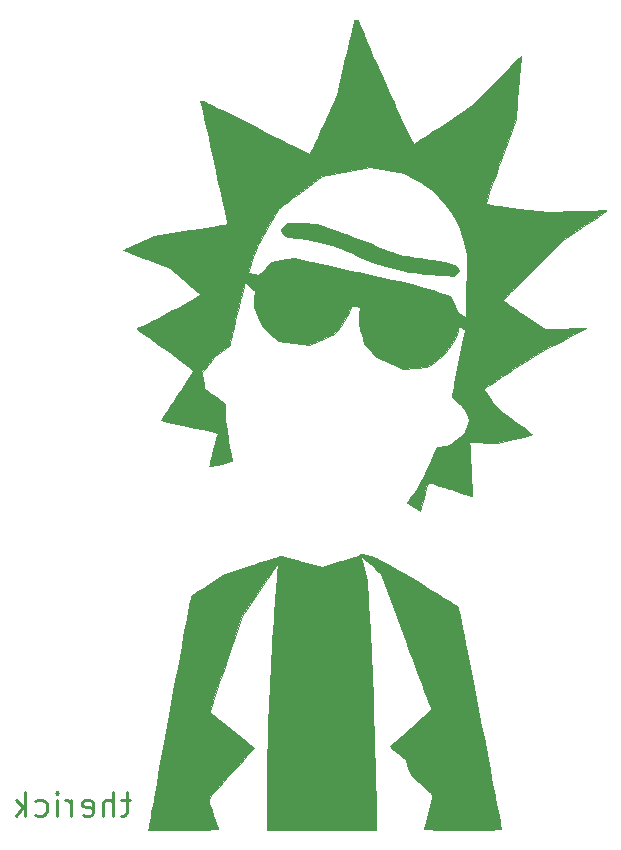
<source format=gbr>
G04 #@! TF.GenerationSoftware,KiCad,Pcbnew,(5.1.2-1)-1*
G04 #@! TF.CreationDate,2019-11-15T22:05:34-06:00*
G04 #@! TF.ProjectId,therick_bottom_plate,74686572-6963-46b5-9f62-6f74746f6d5f,rev?*
G04 #@! TF.SameCoordinates,Original*
G04 #@! TF.FileFunction,Legend,Bot*
G04 #@! TF.FilePolarity,Positive*
%FSLAX46Y46*%
G04 Gerber Fmt 4.6, Leading zero omitted, Abs format (unit mm)*
G04 Created by KiCad (PCBNEW (5.1.2-1)-1) date 2019-11-15 22:05:34*
%MOMM*%
%LPD*%
G04 APERTURE LIST*
%ADD10C,0.250000*%
%ADD11C,0.010000*%
G04 APERTURE END LIST*
D10*
X217904761Y-108571428D02*
X217142857Y-108571428D01*
X217619047Y-107904761D02*
X217619047Y-109619047D01*
X217523809Y-109809523D01*
X217333333Y-109904761D01*
X217142857Y-109904761D01*
X216476190Y-109904761D02*
X216476190Y-107904761D01*
X215619047Y-109904761D02*
X215619047Y-108857142D01*
X215714285Y-108666666D01*
X215904761Y-108571428D01*
X216190476Y-108571428D01*
X216380952Y-108666666D01*
X216476190Y-108761904D01*
X213904761Y-109809523D02*
X214095238Y-109904761D01*
X214476190Y-109904761D01*
X214666666Y-109809523D01*
X214761904Y-109619047D01*
X214761904Y-108857142D01*
X214666666Y-108666666D01*
X214476190Y-108571428D01*
X214095238Y-108571428D01*
X213904761Y-108666666D01*
X213809523Y-108857142D01*
X213809523Y-109047619D01*
X214761904Y-109238095D01*
X212952380Y-109904761D02*
X212952380Y-108571428D01*
X212952380Y-108952380D02*
X212857142Y-108761904D01*
X212761904Y-108666666D01*
X212571428Y-108571428D01*
X212380952Y-108571428D01*
X211714285Y-109904761D02*
X211714285Y-108571428D01*
X211714285Y-107904761D02*
X211809523Y-108000000D01*
X211714285Y-108095238D01*
X211619047Y-108000000D01*
X211714285Y-107904761D01*
X211714285Y-108095238D01*
X209904761Y-109809523D02*
X210095238Y-109904761D01*
X210476190Y-109904761D01*
X210666666Y-109809523D01*
X210761904Y-109714285D01*
X210857142Y-109523809D01*
X210857142Y-108952380D01*
X210761904Y-108761904D01*
X210666666Y-108666666D01*
X210476190Y-108571428D01*
X210095238Y-108571428D01*
X209904761Y-108666666D01*
X209047619Y-109904761D02*
X209047619Y-107904761D01*
X208857142Y-109142857D02*
X208285714Y-109904761D01*
X208285714Y-108571428D02*
X209047619Y-109333333D01*
D11*
G36*
X230984652Y-59971124D02*
G01*
X230706528Y-60244082D01*
X230820537Y-60534325D01*
X230870489Y-60654338D01*
X230925110Y-60745142D01*
X231002761Y-60813283D01*
X231121798Y-60865305D01*
X231300581Y-60907756D01*
X231557467Y-60947179D01*
X231910815Y-60990122D01*
X232186649Y-61021414D01*
X232884103Y-61119629D01*
X233611689Y-61257601D01*
X234344215Y-61428258D01*
X235056487Y-61624529D01*
X235723312Y-61839342D01*
X236319499Y-62065625D01*
X236819854Y-62296308D01*
X236920500Y-62350222D01*
X237597658Y-62683375D01*
X238391380Y-62999153D01*
X239292025Y-63294350D01*
X240289948Y-63565761D01*
X241206750Y-63775213D01*
X241578300Y-63847275D01*
X241968008Y-63909650D01*
X242394824Y-63964317D01*
X242877699Y-64013256D01*
X243435581Y-64058445D01*
X244087421Y-64101862D01*
X244643891Y-64134151D01*
X245350532Y-64173201D01*
X245576549Y-63974756D01*
X245802566Y-63776310D01*
X245670251Y-63552054D01*
X245608846Y-63453294D01*
X245544687Y-63377426D01*
X245457186Y-63314953D01*
X245325758Y-63256377D01*
X245129814Y-63192202D01*
X244848768Y-63112931D01*
X244536107Y-63028863D01*
X244058887Y-62918713D01*
X243498397Y-62822389D01*
X242836374Y-62736925D01*
X242550905Y-62706323D01*
X242070542Y-62654628D01*
X241684674Y-62605487D01*
X241361081Y-62552977D01*
X241067540Y-62491177D01*
X240771830Y-62414167D01*
X240463338Y-62322691D01*
X240089201Y-62200585D01*
X239694645Y-62060394D01*
X239328360Y-61920025D01*
X239055683Y-61804981D01*
X238864897Y-61723537D01*
X238571936Y-61605075D01*
X238193899Y-61456207D01*
X237747881Y-61283546D01*
X237250980Y-61093704D01*
X236720293Y-60893292D01*
X236172916Y-60688922D01*
X236098808Y-60661440D01*
X233721366Y-59780507D01*
X232492071Y-59739337D01*
X231262775Y-59698167D01*
X230984652Y-59971124D01*
X230984652Y-59971124D01*
G37*
X230984652Y-59971124D02*
X230706528Y-60244082D01*
X230820537Y-60534325D01*
X230870489Y-60654338D01*
X230925110Y-60745142D01*
X231002761Y-60813283D01*
X231121798Y-60865305D01*
X231300581Y-60907756D01*
X231557467Y-60947179D01*
X231910815Y-60990122D01*
X232186649Y-61021414D01*
X232884103Y-61119629D01*
X233611689Y-61257601D01*
X234344215Y-61428258D01*
X235056487Y-61624529D01*
X235723312Y-61839342D01*
X236319499Y-62065625D01*
X236819854Y-62296308D01*
X236920500Y-62350222D01*
X237597658Y-62683375D01*
X238391380Y-62999153D01*
X239292025Y-63294350D01*
X240289948Y-63565761D01*
X241206750Y-63775213D01*
X241578300Y-63847275D01*
X241968008Y-63909650D01*
X242394824Y-63964317D01*
X242877699Y-64013256D01*
X243435581Y-64058445D01*
X244087421Y-64101862D01*
X244643891Y-64134151D01*
X245350532Y-64173201D01*
X245576549Y-63974756D01*
X245802566Y-63776310D01*
X245670251Y-63552054D01*
X245608846Y-63453294D01*
X245544687Y-63377426D01*
X245457186Y-63314953D01*
X245325758Y-63256377D01*
X245129814Y-63192202D01*
X244848768Y-63112931D01*
X244536107Y-63028863D01*
X244058887Y-62918713D01*
X243498397Y-62822389D01*
X242836374Y-62736925D01*
X242550905Y-62706323D01*
X242070542Y-62654628D01*
X241684674Y-62605487D01*
X241361081Y-62552977D01*
X241067540Y-62491177D01*
X240771830Y-62414167D01*
X240463338Y-62322691D01*
X240089201Y-62200585D01*
X239694645Y-62060394D01*
X239328360Y-61920025D01*
X239055683Y-61804981D01*
X238864897Y-61723537D01*
X238571936Y-61605075D01*
X238193899Y-61456207D01*
X237747881Y-61283546D01*
X237250980Y-61093704D01*
X236720293Y-60893292D01*
X236172916Y-60688922D01*
X236098808Y-60661440D01*
X233721366Y-59780507D01*
X232492071Y-59739337D01*
X231262775Y-59698167D01*
X230984652Y-59971124D01*
G36*
X236956153Y-42522196D02*
G01*
X236920500Y-42544092D01*
X236905967Y-42610634D01*
X236864245Y-42788825D01*
X236798157Y-43066909D01*
X236710524Y-43433133D01*
X236604166Y-43875742D01*
X236481904Y-44382980D01*
X236346559Y-44943092D01*
X236200952Y-45544325D01*
X236159647Y-45714647D01*
X235398793Y-48851108D01*
X234302272Y-51363508D01*
X234035418Y-51970469D01*
X233795330Y-52507574D01*
X233585638Y-52967108D01*
X233409971Y-53341353D01*
X233271959Y-53622593D01*
X233175233Y-53803114D01*
X233123422Y-53875199D01*
X233120165Y-53876203D01*
X233051458Y-53848237D01*
X232878111Y-53767092D01*
X232608747Y-53637046D01*
X232251987Y-53462373D01*
X231816454Y-53247349D01*
X231310770Y-52996249D01*
X230743556Y-52713348D01*
X230123435Y-52402921D01*
X229459029Y-52069244D01*
X228758960Y-51716593D01*
X228434313Y-51552707D01*
X227595096Y-51129127D01*
X226862176Y-50760061D01*
X226228744Y-50442264D01*
X225687990Y-50172494D01*
X225233105Y-49947506D01*
X224857279Y-49764055D01*
X224553704Y-49618899D01*
X224315570Y-49508792D01*
X224136068Y-49430492D01*
X224008389Y-49380753D01*
X223925723Y-49356332D01*
X223881260Y-49353985D01*
X223868193Y-49370468D01*
X223869189Y-49377832D01*
X223915527Y-49578490D01*
X223983409Y-49878513D01*
X224070424Y-50266900D01*
X224174162Y-50732648D01*
X224292211Y-51264755D01*
X224422160Y-51852219D01*
X224561597Y-52484038D01*
X224708111Y-53149210D01*
X224859291Y-53836732D01*
X225012725Y-54535603D01*
X225166003Y-55234821D01*
X225316714Y-55923383D01*
X225462445Y-56590288D01*
X225600785Y-57224533D01*
X225729325Y-57815116D01*
X225845651Y-58351035D01*
X225947353Y-58821288D01*
X226032020Y-59214873D01*
X226097240Y-59520787D01*
X226140602Y-59728029D01*
X226159695Y-59825597D01*
X226160324Y-59831842D01*
X226095666Y-59845541D01*
X225917626Y-59877373D01*
X225638218Y-59925331D01*
X225269453Y-59987408D01*
X224823343Y-60061598D01*
X224311900Y-60145895D01*
X223747137Y-60238291D01*
X223141065Y-60336780D01*
X223027319Y-60355194D01*
X219913970Y-60858889D01*
X218638235Y-61414468D01*
X218266580Y-61577770D01*
X217937576Y-61725100D01*
X217667923Y-61848751D01*
X217474318Y-61941017D01*
X217373462Y-61994189D01*
X217362767Y-62003149D01*
X217419975Y-62032724D01*
X217582255Y-62101484D01*
X217835791Y-62203956D01*
X218166764Y-62334666D01*
X218561357Y-62488143D01*
X219005753Y-62658914D01*
X219335843Y-62784592D01*
X221308652Y-63532935D01*
X222605826Y-64647514D01*
X222948608Y-64943592D01*
X223257412Y-65213289D01*
X223519745Y-65445453D01*
X223723114Y-65628932D01*
X223855024Y-65752573D01*
X223902983Y-65805225D01*
X223903000Y-65805463D01*
X223848911Y-65845251D01*
X223695961Y-65935895D01*
X223458127Y-66069974D01*
X223149386Y-66240064D01*
X222783716Y-66438741D01*
X222375093Y-66658583D01*
X221937493Y-66892165D01*
X221484895Y-67132066D01*
X221031275Y-67370860D01*
X220590611Y-67601126D01*
X220176878Y-67815440D01*
X219804054Y-68006378D01*
X219486117Y-68166517D01*
X219237042Y-68288434D01*
X219156375Y-68326434D01*
X218897247Y-68450318D01*
X218687058Y-68558342D01*
X218548976Y-68638087D01*
X218505500Y-68675274D01*
X218555586Y-68720738D01*
X218699026Y-68832184D01*
X218925594Y-69002107D01*
X219225066Y-69223004D01*
X219587215Y-69487368D01*
X220001817Y-69787697D01*
X220458646Y-70116485D01*
X220886750Y-70422890D01*
X221372436Y-70771075D01*
X221824824Y-71098189D01*
X222233677Y-71396627D01*
X222588758Y-71658784D01*
X222879831Y-71877058D01*
X223096660Y-72043844D01*
X223229006Y-72151539D01*
X223267460Y-72191321D01*
X223233536Y-72257911D01*
X223137044Y-72418529D01*
X222985533Y-72661316D01*
X222786552Y-72974409D01*
X222547652Y-73345950D01*
X222276380Y-73764076D01*
X221980288Y-74216928D01*
X221910291Y-74323500D01*
X221610762Y-74780463D01*
X221335153Y-75203462D01*
X221090852Y-75580969D01*
X220885244Y-75901454D01*
X220725717Y-76153390D01*
X220619657Y-76325248D01*
X220574450Y-76405501D01*
X220573491Y-76409868D01*
X220637780Y-76428331D01*
X220812441Y-76471199D01*
X221083871Y-76535320D01*
X221438467Y-76617544D01*
X221862626Y-76714720D01*
X222342746Y-76823698D01*
X222865224Y-76941327D01*
X222952678Y-76960927D01*
X223480840Y-77079662D01*
X223968947Y-77190238D01*
X224403378Y-77289504D01*
X224770512Y-77374313D01*
X225056727Y-77441512D01*
X225248402Y-77487953D01*
X225331915Y-77510486D01*
X225334334Y-77511666D01*
X225324987Y-77576648D01*
X225286552Y-77746579D01*
X225223396Y-78003895D01*
X225139884Y-78331030D01*
X225040381Y-78710419D01*
X224982500Y-78927250D01*
X224875920Y-79326615D01*
X224782244Y-79682344D01*
X224705955Y-79977027D01*
X224651533Y-80193256D01*
X224623458Y-80313621D01*
X224620809Y-80332612D01*
X224683885Y-80323810D01*
X224844492Y-80290317D01*
X225076957Y-80238248D01*
X225355603Y-80173721D01*
X225654756Y-80102853D01*
X225948742Y-80031761D01*
X226211885Y-79966562D01*
X226418511Y-79913373D01*
X226542946Y-79878311D01*
X226567132Y-79868898D01*
X226566339Y-79798799D01*
X226526396Y-79661035D01*
X226518295Y-79639201D01*
X226485942Y-79519856D01*
X226437283Y-79295513D01*
X226376262Y-78986548D01*
X226306824Y-78613339D01*
X226232913Y-78196261D01*
X226187788Y-77931816D01*
X226092876Y-77346808D01*
X226022752Y-76863396D01*
X225974847Y-76459157D01*
X225946594Y-76111668D01*
X225935425Y-75798506D01*
X225935000Y-75724373D01*
X225935000Y-75020362D01*
X225077750Y-74384696D01*
X224794594Y-74173646D01*
X224550877Y-73989926D01*
X224363319Y-73846305D01*
X224248636Y-73755555D01*
X224220500Y-73729818D01*
X224212223Y-73663048D01*
X224189809Y-73497096D01*
X224156885Y-73258530D01*
X224125038Y-73030550D01*
X224029575Y-72350494D01*
X224606550Y-71621793D01*
X224851329Y-71318203D01*
X225047519Y-71092594D01*
X225221230Y-70920239D01*
X225398573Y-70776410D01*
X225605658Y-70636379D01*
X225726100Y-70561534D01*
X225963236Y-70407506D01*
X226159920Y-70262786D01*
X226289340Y-70148002D01*
X226323644Y-70101863D01*
X226353419Y-70004491D01*
X226406297Y-69802894D01*
X226477432Y-69516736D01*
X226561978Y-69165677D01*
X226655087Y-68769380D01*
X226699586Y-68576750D01*
X226842289Y-67960631D01*
X226982657Y-67363952D01*
X227117549Y-66799360D01*
X227243825Y-66279504D01*
X227358344Y-65817033D01*
X227457966Y-65424596D01*
X227539550Y-65114840D01*
X227599954Y-64900414D01*
X227636039Y-64793967D01*
X227640928Y-64785670D01*
X227702842Y-64804792D01*
X227833429Y-64894024D01*
X228008944Y-65036369D01*
X228087476Y-65105327D01*
X228493443Y-65469563D01*
X228435408Y-66152653D01*
X228377374Y-66835744D01*
X228754595Y-67660067D01*
X229131816Y-68484391D01*
X230475250Y-69731901D01*
X231764494Y-69887550D01*
X233053737Y-70043199D01*
X234128437Y-69595724D01*
X235203136Y-69148250D01*
X235737979Y-68452958D01*
X236069738Y-67995135D01*
X236315775Y-67592599D01*
X236480587Y-67246458D01*
X236575855Y-67014124D01*
X236652403Y-66831318D01*
X236698283Y-66726410D01*
X236705423Y-66712544D01*
X236770872Y-66714221D01*
X236920805Y-66742817D01*
X237049630Y-66773682D01*
X237376766Y-66857524D01*
X237328982Y-67494887D01*
X237306971Y-67784686D01*
X237294135Y-67999434D01*
X237294274Y-68170774D01*
X237311193Y-68330350D01*
X237348692Y-68509805D01*
X237410574Y-68740781D01*
X237500641Y-69054922D01*
X237527784Y-69149384D01*
X237764181Y-69973750D01*
X238260109Y-70516373D01*
X238756036Y-71058996D01*
X239886143Y-71569432D01*
X241016250Y-72079869D01*
X242032250Y-72008148D01*
X243048250Y-71936428D01*
X243715000Y-71477465D01*
X244022632Y-71259174D01*
X244257738Y-71071180D01*
X244456679Y-70878598D01*
X244655818Y-70646548D01*
X244868318Y-70371063D01*
X245100643Y-70051146D01*
X245270602Y-69785544D01*
X245400501Y-69533913D01*
X245512646Y-69255913D01*
X245560889Y-69118437D01*
X245649176Y-68861922D01*
X245722395Y-68654504D01*
X245771015Y-68522886D01*
X245785073Y-68490414D01*
X245847792Y-68500622D01*
X245984956Y-68552951D01*
X246058472Y-68585664D01*
X246232001Y-68689584D01*
X246290804Y-68784797D01*
X246288851Y-68799000D01*
X246253995Y-68948260D01*
X246199591Y-69200352D01*
X246130045Y-69533385D01*
X246049761Y-69925470D01*
X245963146Y-70354717D01*
X245874604Y-70799236D01*
X245788542Y-71237139D01*
X245709365Y-71646535D01*
X245641478Y-72005535D01*
X245618991Y-72127286D01*
X245542682Y-72539019D01*
X245462820Y-72961322D01*
X245386828Y-73355496D01*
X245322129Y-73682840D01*
X245296194Y-73810036D01*
X245170048Y-74418750D01*
X245704762Y-74926750D01*
X245950267Y-75166291D01*
X246123439Y-75356354D01*
X246248522Y-75529933D01*
X246349763Y-75720018D01*
X246436500Y-75922475D01*
X246633523Y-76410200D01*
X246421064Y-77001975D01*
X246208604Y-77593750D01*
X245540952Y-78081431D01*
X245262594Y-78282573D01*
X245056355Y-78421695D01*
X244892701Y-78512911D01*
X244742099Y-78570332D01*
X244575014Y-78608070D01*
X244375391Y-78638366D01*
X244136266Y-78676465D01*
X243948778Y-78715377D01*
X243846218Y-78747943D01*
X243838011Y-78753934D01*
X243801474Y-78829213D01*
X243732636Y-78997848D01*
X243641900Y-79233588D01*
X243555375Y-79467000D01*
X243341305Y-80007685D01*
X243083407Y-80584335D01*
X242796979Y-81167531D01*
X242497321Y-81727853D01*
X242199731Y-82235884D01*
X241919511Y-82662204D01*
X241830237Y-82784203D01*
X241650913Y-83024304D01*
X241506009Y-83224681D01*
X241409411Y-83365655D01*
X241375007Y-83427548D01*
X241375494Y-83428611D01*
X241435222Y-83466684D01*
X241578191Y-83556730D01*
X241779969Y-83683380D01*
X241919956Y-83771082D01*
X242442661Y-84098345D01*
X242548283Y-83735297D01*
X242606811Y-83532804D01*
X242689346Y-83245518D01*
X242785172Y-82910809D01*
X242883575Y-82566045D01*
X242889073Y-82546750D01*
X243001585Y-82174573D01*
X243097339Y-81904860D01*
X243173246Y-81745581D01*
X243215750Y-81703293D01*
X243297188Y-81718443D01*
X243482879Y-81770036D01*
X243757009Y-81853132D01*
X244103762Y-81962795D01*
X244507323Y-82094086D01*
X244951876Y-82242068D01*
X245082117Y-82286015D01*
X245531180Y-82437180D01*
X245939732Y-82573144D01*
X246292760Y-82689036D01*
X246575253Y-82779985D01*
X246772199Y-82841121D01*
X246868585Y-82867571D01*
X246875686Y-82867981D01*
X246876949Y-82802742D01*
X246871714Y-82628561D01*
X246860910Y-82363278D01*
X246845463Y-82024733D01*
X246826302Y-81630767D01*
X246804353Y-81199220D01*
X246780545Y-80747932D01*
X246755806Y-80294745D01*
X246731062Y-79857497D01*
X246707241Y-79454030D01*
X246685272Y-79102184D01*
X246666081Y-78819799D01*
X246663066Y-78778698D01*
X246623654Y-78249146D01*
X249017250Y-78336832D01*
X250446000Y-78005074D01*
X250855495Y-77908529D01*
X251223657Y-77818947D01*
X251532384Y-77740962D01*
X251763571Y-77679204D01*
X251899113Y-77638308D01*
X251926466Y-77626267D01*
X251893377Y-77576701D01*
X251771104Y-77465579D01*
X251574160Y-77304668D01*
X251317056Y-77105737D01*
X251014303Y-76880554D01*
X250942216Y-76828082D01*
X250443207Y-76466030D01*
X250034425Y-76167630D01*
X249703356Y-75921877D01*
X249437489Y-75717767D01*
X249224310Y-75544296D01*
X249051306Y-75390459D01*
X248905964Y-75245251D01*
X248775771Y-75097669D01*
X248648215Y-74936708D01*
X248510782Y-74751363D01*
X248387906Y-74581720D01*
X248194780Y-74308944D01*
X248033704Y-74070673D01*
X247917241Y-73886360D01*
X247857955Y-73775456D01*
X247853419Y-73754212D01*
X247909641Y-73709004D01*
X248062467Y-73602856D01*
X248301206Y-73442779D01*
X248615168Y-73235785D01*
X248993664Y-72988885D01*
X249426004Y-72709090D01*
X249901499Y-72403411D01*
X250350750Y-72116270D01*
X251011675Y-71696692D01*
X251586506Y-71336165D01*
X252094809Y-71023273D01*
X252556147Y-70746602D01*
X252990087Y-70494735D01*
X253416192Y-70256258D01*
X253854026Y-70019756D01*
X254323155Y-69773812D01*
X254680433Y-69590027D01*
X255124505Y-69362027D01*
X255529136Y-69152476D01*
X255881274Y-68968275D01*
X256167868Y-68816325D01*
X256375867Y-68703526D01*
X256492221Y-68636779D01*
X256512497Y-68621329D01*
X256446050Y-68618215D01*
X256269307Y-68620109D01*
X255998851Y-68626551D01*
X255651268Y-68637084D01*
X255243143Y-68651251D01*
X254791061Y-68668595D01*
X254772350Y-68669346D01*
X253053322Y-68738482D01*
X251273411Y-67519045D01*
X250852950Y-67229830D01*
X250467900Y-66962757D01*
X250130337Y-66726371D01*
X249852334Y-66529223D01*
X249645966Y-66379858D01*
X249523308Y-66286826D01*
X249493500Y-66259008D01*
X249537321Y-66208053D01*
X249663425Y-66075916D01*
X249863776Y-65870699D01*
X250130337Y-65600500D01*
X250455072Y-65273420D01*
X250829943Y-64897560D01*
X251246915Y-64481020D01*
X251697950Y-64031900D01*
X252049436Y-63682828D01*
X253389184Y-62353750D01*
X246462472Y-62353750D01*
X246409172Y-64385750D01*
X246396019Y-64917946D01*
X246384569Y-65441396D01*
X246375199Y-65933949D01*
X246368282Y-66373450D01*
X246364194Y-66737749D01*
X246363308Y-67004692D01*
X246363795Y-67068625D01*
X246364780Y-67338765D01*
X246361184Y-67554144D01*
X246353717Y-67688216D01*
X246346342Y-67719500D01*
X246283862Y-67687973D01*
X246146238Y-67605806D01*
X245985336Y-67504799D01*
X245838048Y-67405224D01*
X245726518Y-67308149D01*
X245632006Y-67187095D01*
X245535771Y-67015585D01*
X245419076Y-66767139D01*
X245344058Y-66598685D01*
X245038411Y-65907272D01*
X244170331Y-65609320D01*
X243567917Y-65415722D01*
X242847824Y-65207556D01*
X242018279Y-64986870D01*
X241087510Y-64755712D01*
X240063747Y-64516131D01*
X238955216Y-64270176D01*
X237867273Y-64039966D01*
X237234941Y-63907211D01*
X236561557Y-63762573D01*
X235876252Y-63612529D01*
X235208157Y-63463556D01*
X234586404Y-63322130D01*
X234040124Y-63194728D01*
X233724958Y-63119002D01*
X233266439Y-63009222D01*
X232837400Y-62910658D01*
X232456507Y-62827271D01*
X232142425Y-62763025D01*
X231913818Y-62721882D01*
X231789352Y-62707805D01*
X231788208Y-62707824D01*
X231637407Y-62719964D01*
X231393753Y-62749644D01*
X231089496Y-62792555D01*
X230756891Y-62844391D01*
X230718470Y-62850699D01*
X229882190Y-62988750D01*
X229392967Y-63544375D01*
X229192049Y-63763668D01*
X229013616Y-63942147D01*
X228877914Y-64060586D01*
X228807819Y-64100000D01*
X228672771Y-64088260D01*
X228481793Y-64058205D01*
X228272191Y-64017580D01*
X228081268Y-63974131D01*
X227946329Y-63935603D01*
X227903500Y-63912235D01*
X227922707Y-63842080D01*
X227975917Y-63672105D01*
X228056516Y-63422818D01*
X228157890Y-63114730D01*
X228246683Y-62848128D01*
X228357662Y-62523622D01*
X228461518Y-62240645D01*
X228568758Y-61977000D01*
X228689890Y-61710490D01*
X228835423Y-61418919D01*
X229015865Y-61080090D01*
X229241723Y-60671805D01*
X229463139Y-60278542D01*
X229696482Y-59867261D01*
X229914879Y-59484889D01*
X230108986Y-59147586D01*
X230269460Y-58871510D01*
X230386957Y-58672819D01*
X230452132Y-58567672D01*
X230454233Y-58564607D01*
X230532309Y-58488316D01*
X230701029Y-58348056D01*
X230947649Y-58153608D01*
X231259424Y-57914759D01*
X231623610Y-57641292D01*
X232027462Y-57342991D01*
X232379207Y-57086769D01*
X234186361Y-55778575D01*
X238251457Y-55015749D01*
X239665604Y-55267110D01*
X241079750Y-55518470D01*
X241974204Y-55983360D01*
X242512647Y-56284395D01*
X242994366Y-56603616D01*
X243445687Y-56962671D01*
X243892935Y-57383204D01*
X244362438Y-57886862D01*
X244547609Y-58099250D01*
X245060360Y-58760561D01*
X245483584Y-59453592D01*
X245830576Y-60204453D01*
X246114631Y-61039251D01*
X246196863Y-61337750D01*
X246462472Y-62353750D01*
X253389184Y-62353750D01*
X254605371Y-61147250D01*
X256431735Y-59915091D01*
X256857538Y-59626672D01*
X257246742Y-59360823D01*
X257587558Y-59125771D01*
X257868194Y-58929742D01*
X258076860Y-58780962D01*
X258201767Y-58687657D01*
X258233299Y-58658131D01*
X258166483Y-58655090D01*
X257986675Y-58657067D01*
X257707767Y-58663647D01*
X257343652Y-58674411D01*
X256908220Y-58688945D01*
X256415364Y-58706830D01*
X255878976Y-58727651D01*
X255771874Y-58731961D01*
X253335250Y-58830593D01*
X250890500Y-58513519D01*
X250216724Y-58426127D01*
X249658097Y-58353406D01*
X249203836Y-58293583D01*
X248843161Y-58244886D01*
X248565289Y-58205539D01*
X248359438Y-58173772D01*
X248214827Y-58147809D01*
X248120674Y-58125878D01*
X248066196Y-58106205D01*
X248040613Y-58087018D01*
X248033141Y-58066542D01*
X248033000Y-58043544D01*
X248053968Y-57970495D01*
X248114360Y-57788730D01*
X248210408Y-57508966D01*
X248338344Y-57141916D01*
X248494399Y-56698295D01*
X248674807Y-56188818D01*
X248875799Y-55624200D01*
X249093606Y-55015156D01*
X249304555Y-54427718D01*
X250576109Y-50893593D01*
X250798573Y-48248731D01*
X250845681Y-47683568D01*
X250888561Y-47159211D01*
X250926197Y-46688829D01*
X250957573Y-46285595D01*
X250981674Y-45962679D01*
X250997483Y-45733253D01*
X251003985Y-45610489D01*
X251003393Y-45593194D01*
X250956982Y-45635044D01*
X250831253Y-45759066D01*
X250635179Y-45956144D01*
X250377732Y-46217162D01*
X250067885Y-46533000D01*
X249714611Y-46894544D01*
X249326882Y-47292674D01*
X249024011Y-47604500D01*
X247062272Y-49626480D01*
X244549393Y-51316529D01*
X244042380Y-51656672D01*
X243565558Y-51974922D01*
X243129649Y-52264240D01*
X242745374Y-52517586D01*
X242423455Y-52727919D01*
X242174614Y-52888199D01*
X242009574Y-52991388D01*
X241939133Y-53030425D01*
X241904803Y-53006925D01*
X241845378Y-52921129D01*
X241757836Y-52766840D01*
X241639154Y-52537856D01*
X241486311Y-52227978D01*
X241296286Y-51831007D01*
X241066056Y-51340743D01*
X240792601Y-50750987D01*
X240472898Y-50055538D01*
X240224534Y-49512511D01*
X239868752Y-48733231D01*
X239560715Y-48057971D01*
X239295401Y-47475234D01*
X239067789Y-46973521D01*
X238872856Y-46541334D01*
X238705582Y-46167174D01*
X238560943Y-45839544D01*
X238433918Y-45546944D01*
X238319485Y-45277878D01*
X238212623Y-45020845D01*
X238108309Y-44764349D01*
X238001522Y-44496890D01*
X237887240Y-44206971D01*
X237760441Y-43883093D01*
X237713948Y-43764124D01*
X237549530Y-43346080D01*
X237422475Y-43032155D01*
X237325267Y-42807666D01*
X237250391Y-42657925D01*
X237190333Y-42568247D01*
X237137578Y-42523945D01*
X237084610Y-42510334D01*
X237072203Y-42510000D01*
X236956153Y-42522196D01*
X236956153Y-42522196D01*
G37*
X236956153Y-42522196D02*
X236920500Y-42544092D01*
X236905967Y-42610634D01*
X236864245Y-42788825D01*
X236798157Y-43066909D01*
X236710524Y-43433133D01*
X236604166Y-43875742D01*
X236481904Y-44382980D01*
X236346559Y-44943092D01*
X236200952Y-45544325D01*
X236159647Y-45714647D01*
X235398793Y-48851108D01*
X234302272Y-51363508D01*
X234035418Y-51970469D01*
X233795330Y-52507574D01*
X233585638Y-52967108D01*
X233409971Y-53341353D01*
X233271959Y-53622593D01*
X233175233Y-53803114D01*
X233123422Y-53875199D01*
X233120165Y-53876203D01*
X233051458Y-53848237D01*
X232878111Y-53767092D01*
X232608747Y-53637046D01*
X232251987Y-53462373D01*
X231816454Y-53247349D01*
X231310770Y-52996249D01*
X230743556Y-52713348D01*
X230123435Y-52402921D01*
X229459029Y-52069244D01*
X228758960Y-51716593D01*
X228434313Y-51552707D01*
X227595096Y-51129127D01*
X226862176Y-50760061D01*
X226228744Y-50442264D01*
X225687990Y-50172494D01*
X225233105Y-49947506D01*
X224857279Y-49764055D01*
X224553704Y-49618899D01*
X224315570Y-49508792D01*
X224136068Y-49430492D01*
X224008389Y-49380753D01*
X223925723Y-49356332D01*
X223881260Y-49353985D01*
X223868193Y-49370468D01*
X223869189Y-49377832D01*
X223915527Y-49578490D01*
X223983409Y-49878513D01*
X224070424Y-50266900D01*
X224174162Y-50732648D01*
X224292211Y-51264755D01*
X224422160Y-51852219D01*
X224561597Y-52484038D01*
X224708111Y-53149210D01*
X224859291Y-53836732D01*
X225012725Y-54535603D01*
X225166003Y-55234821D01*
X225316714Y-55923383D01*
X225462445Y-56590288D01*
X225600785Y-57224533D01*
X225729325Y-57815116D01*
X225845651Y-58351035D01*
X225947353Y-58821288D01*
X226032020Y-59214873D01*
X226097240Y-59520787D01*
X226140602Y-59728029D01*
X226159695Y-59825597D01*
X226160324Y-59831842D01*
X226095666Y-59845541D01*
X225917626Y-59877373D01*
X225638218Y-59925331D01*
X225269453Y-59987408D01*
X224823343Y-60061598D01*
X224311900Y-60145895D01*
X223747137Y-60238291D01*
X223141065Y-60336780D01*
X223027319Y-60355194D01*
X219913970Y-60858889D01*
X218638235Y-61414468D01*
X218266580Y-61577770D01*
X217937576Y-61725100D01*
X217667923Y-61848751D01*
X217474318Y-61941017D01*
X217373462Y-61994189D01*
X217362767Y-62003149D01*
X217419975Y-62032724D01*
X217582255Y-62101484D01*
X217835791Y-62203956D01*
X218166764Y-62334666D01*
X218561357Y-62488143D01*
X219005753Y-62658914D01*
X219335843Y-62784592D01*
X221308652Y-63532935D01*
X222605826Y-64647514D01*
X222948608Y-64943592D01*
X223257412Y-65213289D01*
X223519745Y-65445453D01*
X223723114Y-65628932D01*
X223855024Y-65752573D01*
X223902983Y-65805225D01*
X223903000Y-65805463D01*
X223848911Y-65845251D01*
X223695961Y-65935895D01*
X223458127Y-66069974D01*
X223149386Y-66240064D01*
X222783716Y-66438741D01*
X222375093Y-66658583D01*
X221937493Y-66892165D01*
X221484895Y-67132066D01*
X221031275Y-67370860D01*
X220590611Y-67601126D01*
X220176878Y-67815440D01*
X219804054Y-68006378D01*
X219486117Y-68166517D01*
X219237042Y-68288434D01*
X219156375Y-68326434D01*
X218897247Y-68450318D01*
X218687058Y-68558342D01*
X218548976Y-68638087D01*
X218505500Y-68675274D01*
X218555586Y-68720738D01*
X218699026Y-68832184D01*
X218925594Y-69002107D01*
X219225066Y-69223004D01*
X219587215Y-69487368D01*
X220001817Y-69787697D01*
X220458646Y-70116485D01*
X220886750Y-70422890D01*
X221372436Y-70771075D01*
X221824824Y-71098189D01*
X222233677Y-71396627D01*
X222588758Y-71658784D01*
X222879831Y-71877058D01*
X223096660Y-72043844D01*
X223229006Y-72151539D01*
X223267460Y-72191321D01*
X223233536Y-72257911D01*
X223137044Y-72418529D01*
X222985533Y-72661316D01*
X222786552Y-72974409D01*
X222547652Y-73345950D01*
X222276380Y-73764076D01*
X221980288Y-74216928D01*
X221910291Y-74323500D01*
X221610762Y-74780463D01*
X221335153Y-75203462D01*
X221090852Y-75580969D01*
X220885244Y-75901454D01*
X220725717Y-76153390D01*
X220619657Y-76325248D01*
X220574450Y-76405501D01*
X220573491Y-76409868D01*
X220637780Y-76428331D01*
X220812441Y-76471199D01*
X221083871Y-76535320D01*
X221438467Y-76617544D01*
X221862626Y-76714720D01*
X222342746Y-76823698D01*
X222865224Y-76941327D01*
X222952678Y-76960927D01*
X223480840Y-77079662D01*
X223968947Y-77190238D01*
X224403378Y-77289504D01*
X224770512Y-77374313D01*
X225056727Y-77441512D01*
X225248402Y-77487953D01*
X225331915Y-77510486D01*
X225334334Y-77511666D01*
X225324987Y-77576648D01*
X225286552Y-77746579D01*
X225223396Y-78003895D01*
X225139884Y-78331030D01*
X225040381Y-78710419D01*
X224982500Y-78927250D01*
X224875920Y-79326615D01*
X224782244Y-79682344D01*
X224705955Y-79977027D01*
X224651533Y-80193256D01*
X224623458Y-80313621D01*
X224620809Y-80332612D01*
X224683885Y-80323810D01*
X224844492Y-80290317D01*
X225076957Y-80238248D01*
X225355603Y-80173721D01*
X225654756Y-80102853D01*
X225948742Y-80031761D01*
X226211885Y-79966562D01*
X226418511Y-79913373D01*
X226542946Y-79878311D01*
X226567132Y-79868898D01*
X226566339Y-79798799D01*
X226526396Y-79661035D01*
X226518295Y-79639201D01*
X226485942Y-79519856D01*
X226437283Y-79295513D01*
X226376262Y-78986548D01*
X226306824Y-78613339D01*
X226232913Y-78196261D01*
X226187788Y-77931816D01*
X226092876Y-77346808D01*
X226022752Y-76863396D01*
X225974847Y-76459157D01*
X225946594Y-76111668D01*
X225935425Y-75798506D01*
X225935000Y-75724373D01*
X225935000Y-75020362D01*
X225077750Y-74384696D01*
X224794594Y-74173646D01*
X224550877Y-73989926D01*
X224363319Y-73846305D01*
X224248636Y-73755555D01*
X224220500Y-73729818D01*
X224212223Y-73663048D01*
X224189809Y-73497096D01*
X224156885Y-73258530D01*
X224125038Y-73030550D01*
X224029575Y-72350494D01*
X224606550Y-71621793D01*
X224851329Y-71318203D01*
X225047519Y-71092594D01*
X225221230Y-70920239D01*
X225398573Y-70776410D01*
X225605658Y-70636379D01*
X225726100Y-70561534D01*
X225963236Y-70407506D01*
X226159920Y-70262786D01*
X226289340Y-70148002D01*
X226323644Y-70101863D01*
X226353419Y-70004491D01*
X226406297Y-69802894D01*
X226477432Y-69516736D01*
X226561978Y-69165677D01*
X226655087Y-68769380D01*
X226699586Y-68576750D01*
X226842289Y-67960631D01*
X226982657Y-67363952D01*
X227117549Y-66799360D01*
X227243825Y-66279504D01*
X227358344Y-65817033D01*
X227457966Y-65424596D01*
X227539550Y-65114840D01*
X227599954Y-64900414D01*
X227636039Y-64793967D01*
X227640928Y-64785670D01*
X227702842Y-64804792D01*
X227833429Y-64894024D01*
X228008944Y-65036369D01*
X228087476Y-65105327D01*
X228493443Y-65469563D01*
X228435408Y-66152653D01*
X228377374Y-66835744D01*
X228754595Y-67660067D01*
X229131816Y-68484391D01*
X230475250Y-69731901D01*
X231764494Y-69887550D01*
X233053737Y-70043199D01*
X234128437Y-69595724D01*
X235203136Y-69148250D01*
X235737979Y-68452958D01*
X236069738Y-67995135D01*
X236315775Y-67592599D01*
X236480587Y-67246458D01*
X236575855Y-67014124D01*
X236652403Y-66831318D01*
X236698283Y-66726410D01*
X236705423Y-66712544D01*
X236770872Y-66714221D01*
X236920805Y-66742817D01*
X237049630Y-66773682D01*
X237376766Y-66857524D01*
X237328982Y-67494887D01*
X237306971Y-67784686D01*
X237294135Y-67999434D01*
X237294274Y-68170774D01*
X237311193Y-68330350D01*
X237348692Y-68509805D01*
X237410574Y-68740781D01*
X237500641Y-69054922D01*
X237527784Y-69149384D01*
X237764181Y-69973750D01*
X238260109Y-70516373D01*
X238756036Y-71058996D01*
X239886143Y-71569432D01*
X241016250Y-72079869D01*
X242032250Y-72008148D01*
X243048250Y-71936428D01*
X243715000Y-71477465D01*
X244022632Y-71259174D01*
X244257738Y-71071180D01*
X244456679Y-70878598D01*
X244655818Y-70646548D01*
X244868318Y-70371063D01*
X245100643Y-70051146D01*
X245270602Y-69785544D01*
X245400501Y-69533913D01*
X245512646Y-69255913D01*
X245560889Y-69118437D01*
X245649176Y-68861922D01*
X245722395Y-68654504D01*
X245771015Y-68522886D01*
X245785073Y-68490414D01*
X245847792Y-68500622D01*
X245984956Y-68552951D01*
X246058472Y-68585664D01*
X246232001Y-68689584D01*
X246290804Y-68784797D01*
X246288851Y-68799000D01*
X246253995Y-68948260D01*
X246199591Y-69200352D01*
X246130045Y-69533385D01*
X246049761Y-69925470D01*
X245963146Y-70354717D01*
X245874604Y-70799236D01*
X245788542Y-71237139D01*
X245709365Y-71646535D01*
X245641478Y-72005535D01*
X245618991Y-72127286D01*
X245542682Y-72539019D01*
X245462820Y-72961322D01*
X245386828Y-73355496D01*
X245322129Y-73682840D01*
X245296194Y-73810036D01*
X245170048Y-74418750D01*
X245704762Y-74926750D01*
X245950267Y-75166291D01*
X246123439Y-75356354D01*
X246248522Y-75529933D01*
X246349763Y-75720018D01*
X246436500Y-75922475D01*
X246633523Y-76410200D01*
X246421064Y-77001975D01*
X246208604Y-77593750D01*
X245540952Y-78081431D01*
X245262594Y-78282573D01*
X245056355Y-78421695D01*
X244892701Y-78512911D01*
X244742099Y-78570332D01*
X244575014Y-78608070D01*
X244375391Y-78638366D01*
X244136266Y-78676465D01*
X243948778Y-78715377D01*
X243846218Y-78747943D01*
X243838011Y-78753934D01*
X243801474Y-78829213D01*
X243732636Y-78997848D01*
X243641900Y-79233588D01*
X243555375Y-79467000D01*
X243341305Y-80007685D01*
X243083407Y-80584335D01*
X242796979Y-81167531D01*
X242497321Y-81727853D01*
X242199731Y-82235884D01*
X241919511Y-82662204D01*
X241830237Y-82784203D01*
X241650913Y-83024304D01*
X241506009Y-83224681D01*
X241409411Y-83365655D01*
X241375007Y-83427548D01*
X241375494Y-83428611D01*
X241435222Y-83466684D01*
X241578191Y-83556730D01*
X241779969Y-83683380D01*
X241919956Y-83771082D01*
X242442661Y-84098345D01*
X242548283Y-83735297D01*
X242606811Y-83532804D01*
X242689346Y-83245518D01*
X242785172Y-82910809D01*
X242883575Y-82566045D01*
X242889073Y-82546750D01*
X243001585Y-82174573D01*
X243097339Y-81904860D01*
X243173246Y-81745581D01*
X243215750Y-81703293D01*
X243297188Y-81718443D01*
X243482879Y-81770036D01*
X243757009Y-81853132D01*
X244103762Y-81962795D01*
X244507323Y-82094086D01*
X244951876Y-82242068D01*
X245082117Y-82286015D01*
X245531180Y-82437180D01*
X245939732Y-82573144D01*
X246292760Y-82689036D01*
X246575253Y-82779985D01*
X246772199Y-82841121D01*
X246868585Y-82867571D01*
X246875686Y-82867981D01*
X246876949Y-82802742D01*
X246871714Y-82628561D01*
X246860910Y-82363278D01*
X246845463Y-82024733D01*
X246826302Y-81630767D01*
X246804353Y-81199220D01*
X246780545Y-80747932D01*
X246755806Y-80294745D01*
X246731062Y-79857497D01*
X246707241Y-79454030D01*
X246685272Y-79102184D01*
X246666081Y-78819799D01*
X246663066Y-78778698D01*
X246623654Y-78249146D01*
X249017250Y-78336832D01*
X250446000Y-78005074D01*
X250855495Y-77908529D01*
X251223657Y-77818947D01*
X251532384Y-77740962D01*
X251763571Y-77679204D01*
X251899113Y-77638308D01*
X251926466Y-77626267D01*
X251893377Y-77576701D01*
X251771104Y-77465579D01*
X251574160Y-77304668D01*
X251317056Y-77105737D01*
X251014303Y-76880554D01*
X250942216Y-76828082D01*
X250443207Y-76466030D01*
X250034425Y-76167630D01*
X249703356Y-75921877D01*
X249437489Y-75717767D01*
X249224310Y-75544296D01*
X249051306Y-75390459D01*
X248905964Y-75245251D01*
X248775771Y-75097669D01*
X248648215Y-74936708D01*
X248510782Y-74751363D01*
X248387906Y-74581720D01*
X248194780Y-74308944D01*
X248033704Y-74070673D01*
X247917241Y-73886360D01*
X247857955Y-73775456D01*
X247853419Y-73754212D01*
X247909641Y-73709004D01*
X248062467Y-73602856D01*
X248301206Y-73442779D01*
X248615168Y-73235785D01*
X248993664Y-72988885D01*
X249426004Y-72709090D01*
X249901499Y-72403411D01*
X250350750Y-72116270D01*
X251011675Y-71696692D01*
X251586506Y-71336165D01*
X252094809Y-71023273D01*
X252556147Y-70746602D01*
X252990087Y-70494735D01*
X253416192Y-70256258D01*
X253854026Y-70019756D01*
X254323155Y-69773812D01*
X254680433Y-69590027D01*
X255124505Y-69362027D01*
X255529136Y-69152476D01*
X255881274Y-68968275D01*
X256167868Y-68816325D01*
X256375867Y-68703526D01*
X256492221Y-68636779D01*
X256512497Y-68621329D01*
X256446050Y-68618215D01*
X256269307Y-68620109D01*
X255998851Y-68626551D01*
X255651268Y-68637084D01*
X255243143Y-68651251D01*
X254791061Y-68668595D01*
X254772350Y-68669346D01*
X253053322Y-68738482D01*
X251273411Y-67519045D01*
X250852950Y-67229830D01*
X250467900Y-66962757D01*
X250130337Y-66726371D01*
X249852334Y-66529223D01*
X249645966Y-66379858D01*
X249523308Y-66286826D01*
X249493500Y-66259008D01*
X249537321Y-66208053D01*
X249663425Y-66075916D01*
X249863776Y-65870699D01*
X250130337Y-65600500D01*
X250455072Y-65273420D01*
X250829943Y-64897560D01*
X251246915Y-64481020D01*
X251697950Y-64031900D01*
X252049436Y-63682828D01*
X253389184Y-62353750D01*
X246462472Y-62353750D01*
X246409172Y-64385750D01*
X246396019Y-64917946D01*
X246384569Y-65441396D01*
X246375199Y-65933949D01*
X246368282Y-66373450D01*
X246364194Y-66737749D01*
X246363308Y-67004692D01*
X246363795Y-67068625D01*
X246364780Y-67338765D01*
X246361184Y-67554144D01*
X246353717Y-67688216D01*
X246346342Y-67719500D01*
X246283862Y-67687973D01*
X246146238Y-67605806D01*
X245985336Y-67504799D01*
X245838048Y-67405224D01*
X245726518Y-67308149D01*
X245632006Y-67187095D01*
X245535771Y-67015585D01*
X245419076Y-66767139D01*
X245344058Y-66598685D01*
X245038411Y-65907272D01*
X244170331Y-65609320D01*
X243567917Y-65415722D01*
X242847824Y-65207556D01*
X242018279Y-64986870D01*
X241087510Y-64755712D01*
X240063747Y-64516131D01*
X238955216Y-64270176D01*
X237867273Y-64039966D01*
X237234941Y-63907211D01*
X236561557Y-63762573D01*
X235876252Y-63612529D01*
X235208157Y-63463556D01*
X234586404Y-63322130D01*
X234040124Y-63194728D01*
X233724958Y-63119002D01*
X233266439Y-63009222D01*
X232837400Y-62910658D01*
X232456507Y-62827271D01*
X232142425Y-62763025D01*
X231913818Y-62721882D01*
X231789352Y-62707805D01*
X231788208Y-62707824D01*
X231637407Y-62719964D01*
X231393753Y-62749644D01*
X231089496Y-62792555D01*
X230756891Y-62844391D01*
X230718470Y-62850699D01*
X229882190Y-62988750D01*
X229392967Y-63544375D01*
X229192049Y-63763668D01*
X229013616Y-63942147D01*
X228877914Y-64060586D01*
X228807819Y-64100000D01*
X228672771Y-64088260D01*
X228481793Y-64058205D01*
X228272191Y-64017580D01*
X228081268Y-63974131D01*
X227946329Y-63935603D01*
X227903500Y-63912235D01*
X227922707Y-63842080D01*
X227975917Y-63672105D01*
X228056516Y-63422818D01*
X228157890Y-63114730D01*
X228246683Y-62848128D01*
X228357662Y-62523622D01*
X228461518Y-62240645D01*
X228568758Y-61977000D01*
X228689890Y-61710490D01*
X228835423Y-61418919D01*
X229015865Y-61080090D01*
X229241723Y-60671805D01*
X229463139Y-60278542D01*
X229696482Y-59867261D01*
X229914879Y-59484889D01*
X230108986Y-59147586D01*
X230269460Y-58871510D01*
X230386957Y-58672819D01*
X230452132Y-58567672D01*
X230454233Y-58564607D01*
X230532309Y-58488316D01*
X230701029Y-58348056D01*
X230947649Y-58153608D01*
X231259424Y-57914759D01*
X231623610Y-57641292D01*
X232027462Y-57342991D01*
X232379207Y-57086769D01*
X234186361Y-55778575D01*
X238251457Y-55015749D01*
X239665604Y-55267110D01*
X241079750Y-55518470D01*
X241974204Y-55983360D01*
X242512647Y-56284395D01*
X242994366Y-56603616D01*
X243445687Y-56962671D01*
X243892935Y-57383204D01*
X244362438Y-57886862D01*
X244547609Y-58099250D01*
X245060360Y-58760561D01*
X245483584Y-59453592D01*
X245830576Y-60204453D01*
X246114631Y-61039251D01*
X246196863Y-61337750D01*
X246462472Y-62353750D01*
X253389184Y-62353750D01*
X254605371Y-61147250D01*
X256431735Y-59915091D01*
X256857538Y-59626672D01*
X257246742Y-59360823D01*
X257587558Y-59125771D01*
X257868194Y-58929742D01*
X258076860Y-58780962D01*
X258201767Y-58687657D01*
X258233299Y-58658131D01*
X258166483Y-58655090D01*
X257986675Y-58657067D01*
X257707767Y-58663647D01*
X257343652Y-58674411D01*
X256908220Y-58688945D01*
X256415364Y-58706830D01*
X255878976Y-58727651D01*
X255771874Y-58731961D01*
X253335250Y-58830593D01*
X250890500Y-58513519D01*
X250216724Y-58426127D01*
X249658097Y-58353406D01*
X249203836Y-58293583D01*
X248843161Y-58244886D01*
X248565289Y-58205539D01*
X248359438Y-58173772D01*
X248214827Y-58147809D01*
X248120674Y-58125878D01*
X248066196Y-58106205D01*
X248040613Y-58087018D01*
X248033141Y-58066542D01*
X248033000Y-58043544D01*
X248053968Y-57970495D01*
X248114360Y-57788730D01*
X248210408Y-57508966D01*
X248338344Y-57141916D01*
X248494399Y-56698295D01*
X248674807Y-56188818D01*
X248875799Y-55624200D01*
X249093606Y-55015156D01*
X249304555Y-54427718D01*
X250576109Y-50893593D01*
X250798573Y-48248731D01*
X250845681Y-47683568D01*
X250888561Y-47159211D01*
X250926197Y-46688829D01*
X250957573Y-46285595D01*
X250981674Y-45962679D01*
X250997483Y-45733253D01*
X251003985Y-45610489D01*
X251003393Y-45593194D01*
X250956982Y-45635044D01*
X250831253Y-45759066D01*
X250635179Y-45956144D01*
X250377732Y-46217162D01*
X250067885Y-46533000D01*
X249714611Y-46894544D01*
X249326882Y-47292674D01*
X249024011Y-47604500D01*
X247062272Y-49626480D01*
X244549393Y-51316529D01*
X244042380Y-51656672D01*
X243565558Y-51974922D01*
X243129649Y-52264240D01*
X242745374Y-52517586D01*
X242423455Y-52727919D01*
X242174614Y-52888199D01*
X242009574Y-52991388D01*
X241939133Y-53030425D01*
X241904803Y-53006925D01*
X241845378Y-52921129D01*
X241757836Y-52766840D01*
X241639154Y-52537856D01*
X241486311Y-52227978D01*
X241296286Y-51831007D01*
X241066056Y-51340743D01*
X240792601Y-50750987D01*
X240472898Y-50055538D01*
X240224534Y-49512511D01*
X239868752Y-48733231D01*
X239560715Y-48057971D01*
X239295401Y-47475234D01*
X239067789Y-46973521D01*
X238872856Y-46541334D01*
X238705582Y-46167174D01*
X238560943Y-45839544D01*
X238433918Y-45546944D01*
X238319485Y-45277878D01*
X238212623Y-45020845D01*
X238108309Y-44764349D01*
X238001522Y-44496890D01*
X237887240Y-44206971D01*
X237760441Y-43883093D01*
X237713948Y-43764124D01*
X237549530Y-43346080D01*
X237422475Y-43032155D01*
X237325267Y-42807666D01*
X237250391Y-42657925D01*
X237190333Y-42568247D01*
X237137578Y-42523945D01*
X237084610Y-42510334D01*
X237072203Y-42510000D01*
X236956153Y-42522196D01*
G36*
X237429225Y-87764189D02*
G01*
X237417546Y-87786614D01*
X237353622Y-87822391D01*
X237184506Y-87890142D01*
X236926287Y-87984164D01*
X236595056Y-88098759D01*
X236206904Y-88228224D01*
X235795978Y-88361109D01*
X234195950Y-88870990D01*
X232462600Y-88416289D01*
X232013235Y-88297022D01*
X231604944Y-88186001D01*
X231253615Y-88087759D01*
X230975140Y-88006830D01*
X230785408Y-87947750D01*
X230700310Y-87915051D01*
X230697500Y-87912625D01*
X230632706Y-87922250D01*
X230461025Y-87970209D01*
X230195250Y-88052341D01*
X229848174Y-88164488D01*
X229432591Y-88302490D01*
X228961293Y-88462187D01*
X228447074Y-88639420D01*
X228236201Y-88712904D01*
X225806652Y-89562146D01*
X224521451Y-90366816D01*
X224156487Y-90596204D01*
X223825085Y-90806171D01*
X223543274Y-90986427D01*
X223327078Y-91126684D01*
X223192526Y-91216652D01*
X223156802Y-91242959D01*
X223115803Y-91329500D01*
X223060172Y-91515363D01*
X222996709Y-91774689D01*
X222932217Y-92081623D01*
X222921468Y-92137591D01*
X222827075Y-92638615D01*
X222713884Y-93243794D01*
X222584132Y-93940919D01*
X222440055Y-94717782D01*
X222283889Y-95562175D01*
X222117870Y-96461889D01*
X221944234Y-97404716D01*
X221765217Y-98378446D01*
X221583056Y-99370872D01*
X221399986Y-100369786D01*
X221218245Y-101362977D01*
X221040066Y-102338239D01*
X220867688Y-103283362D01*
X220703346Y-104186139D01*
X220549277Y-105034360D01*
X220407715Y-105815817D01*
X220280899Y-106518302D01*
X220171063Y-107129606D01*
X220080443Y-107637521D01*
X220025823Y-107946750D01*
X219921964Y-108537400D01*
X219823880Y-109093033D01*
X219733933Y-109600418D01*
X219654488Y-110046326D01*
X219587906Y-110417528D01*
X219536550Y-110700792D01*
X219502784Y-110882890D01*
X219489954Y-110947125D01*
X219455581Y-111090000D01*
X222409541Y-111090000D01*
X223008395Y-111089068D01*
X223566562Y-111086399D01*
X224071578Y-111082182D01*
X224510979Y-111076605D01*
X224872300Y-111069859D01*
X225143077Y-111062131D01*
X225310845Y-111053612D01*
X225363500Y-111045193D01*
X225343588Y-110974067D01*
X225288067Y-110801991D01*
X225203266Y-110547889D01*
X225095510Y-110230688D01*
X224971127Y-109869313D01*
X224950751Y-109810517D01*
X224823884Y-109440337D01*
X224712812Y-109107736D01*
X224623936Y-108832588D01*
X224563659Y-108634769D01*
X224538382Y-108534154D01*
X224538001Y-108529105D01*
X224579575Y-108464581D01*
X224698554Y-108316486D01*
X224886320Y-108094680D01*
X225134258Y-107809026D01*
X225433751Y-107469382D01*
X225776183Y-107085610D01*
X226152936Y-106667571D01*
X226458875Y-106330868D01*
X226855929Y-105894755D01*
X227225820Y-105487226D01*
X227559902Y-105117896D01*
X227849531Y-104796382D01*
X228086061Y-104532298D01*
X228260847Y-104335260D01*
X228365243Y-104214885D01*
X228392230Y-104180460D01*
X228347083Y-104132467D01*
X228213058Y-104014679D01*
X228000949Y-103835999D01*
X227721555Y-103605333D01*
X227385670Y-103331587D01*
X227004093Y-103023665D01*
X226587618Y-102690472D01*
X226534855Y-102648455D01*
X226113815Y-102311032D01*
X225725898Y-101995719D01*
X225382031Y-101711737D01*
X225093140Y-101468306D01*
X224870153Y-101274644D01*
X224723996Y-101139972D01*
X224665598Y-101073509D01*
X224665000Y-101070767D01*
X224685159Y-100996809D01*
X224743355Y-100812974D01*
X224836172Y-100529432D01*
X224960194Y-100156349D01*
X225112003Y-99703895D01*
X225288182Y-99182236D01*
X225485314Y-98601541D01*
X225699983Y-97971978D01*
X225928770Y-97303714D01*
X226032076Y-97002811D01*
X227399152Y-93024250D01*
X228810201Y-90902458D01*
X229184653Y-90340020D01*
X229495369Y-89875033D01*
X229748448Y-89498871D01*
X229949988Y-89202908D01*
X230106087Y-88978516D01*
X230222843Y-88817072D01*
X230306354Y-88709948D01*
X230362719Y-88648518D01*
X230398035Y-88624157D01*
X230418139Y-88627971D01*
X230418039Y-88694078D01*
X230408342Y-88873614D01*
X230389995Y-89153450D01*
X230363944Y-89520453D01*
X230331136Y-89961492D01*
X230292518Y-90463437D01*
X230249037Y-91013154D01*
X230222213Y-91345620D01*
X230178498Y-91909561D01*
X230130162Y-92579099D01*
X230078550Y-93332969D01*
X230025006Y-94149909D01*
X229970876Y-95008654D01*
X229917504Y-95887941D01*
X229866236Y-96766507D01*
X229818415Y-97623088D01*
X229782689Y-98294750D01*
X229732765Y-99274267D01*
X229690185Y-100151938D01*
X229654194Y-100952165D01*
X229624040Y-101699356D01*
X229598969Y-102417913D01*
X229578227Y-103132244D01*
X229561062Y-103866752D01*
X229546720Y-104645843D01*
X229534448Y-105493922D01*
X229523492Y-106435395D01*
X229519548Y-106819625D01*
X229476987Y-111090000D01*
X238762000Y-111090000D01*
X238761826Y-110502625D01*
X238759812Y-110318732D01*
X238754113Y-110023522D01*
X238745133Y-109632611D01*
X238733277Y-109161615D01*
X238718951Y-108626150D01*
X238702558Y-108041833D01*
X238684503Y-107424280D01*
X238667609Y-106867250D01*
X238646333Y-106169301D01*
X238622505Y-105373013D01*
X238596956Y-104507002D01*
X238570514Y-103599883D01*
X238544010Y-102680272D01*
X238518275Y-101776785D01*
X238494137Y-100918038D01*
X238475136Y-100231500D01*
X238450774Y-99419962D01*
X238420268Y-98526755D01*
X238384895Y-97582632D01*
X238345930Y-96618344D01*
X238304653Y-95664646D01*
X238262338Y-94752289D01*
X238220265Y-93912027D01*
X238188254Y-93323239D01*
X237999802Y-90002728D01*
X237708262Y-88984670D01*
X237613503Y-88644732D01*
X237535888Y-88348670D01*
X237480491Y-88117350D01*
X237452387Y-87971637D01*
X237452057Y-87931277D01*
X237516122Y-87952437D01*
X237654148Y-88051812D01*
X237851500Y-88216625D01*
X238093540Y-88434098D01*
X238365632Y-88691456D01*
X238653138Y-88975921D01*
X238679976Y-89003135D01*
X239137702Y-89468250D01*
X241267601Y-95134171D01*
X241572361Y-95945766D01*
X241864083Y-96724354D01*
X242139690Y-97461626D01*
X242396105Y-98149270D01*
X242630251Y-98778977D01*
X242839049Y-99342436D01*
X243019422Y-99831338D01*
X243168293Y-100237372D01*
X243282584Y-100552229D01*
X243359218Y-100767597D01*
X243395117Y-100875168D01*
X243397500Y-100885560D01*
X243351230Y-100945641D01*
X243219566Y-101078825D01*
X243013231Y-101275204D01*
X242742947Y-101524870D01*
X242419438Y-101817915D01*
X242053426Y-102144432D01*
X241667125Y-102484463D01*
X241270556Y-102832543D01*
X240905974Y-103154916D01*
X240584063Y-103441953D01*
X240315505Y-103684027D01*
X240110981Y-103871510D01*
X239981175Y-103994774D01*
X239936750Y-104043998D01*
X239983377Y-104098744D01*
X240111211Y-104216764D01*
X240302183Y-104382124D01*
X240538225Y-104578894D01*
X240608227Y-104636062D01*
X241279704Y-105182025D01*
X241480755Y-105834137D01*
X241681806Y-106486250D01*
X242603153Y-107305694D01*
X242904340Y-107579179D01*
X243160076Y-107822405D01*
X243357339Y-108022211D01*
X243483106Y-108165434D01*
X243524500Y-108236901D01*
X243508396Y-108321551D01*
X243464049Y-108506345D01*
X243397409Y-108769116D01*
X243314428Y-109087699D01*
X243221054Y-109439927D01*
X243123240Y-109803634D01*
X243026934Y-110156653D01*
X242938087Y-110476819D01*
X242862650Y-110741964D01*
X242806572Y-110929922D01*
X242781228Y-111005788D01*
X242792800Y-111024964D01*
X242849511Y-111041122D01*
X242960445Y-111054496D01*
X243134690Y-111065323D01*
X243381331Y-111073839D01*
X243709455Y-111080279D01*
X244128147Y-111084879D01*
X244646493Y-111087875D01*
X245273580Y-111089504D01*
X246018495Y-111089999D01*
X246025957Y-111090000D01*
X246765816Y-111089595D01*
X247388315Y-111088201D01*
X247903091Y-111085552D01*
X248319781Y-111081381D01*
X248648022Y-111075418D01*
X248897452Y-111067398D01*
X249077707Y-111057053D01*
X249198427Y-111044115D01*
X249269246Y-111028317D01*
X249299804Y-111009391D01*
X249303000Y-110999076D01*
X249291178Y-110908661D01*
X249256786Y-110703417D01*
X249201435Y-110391684D01*
X249126736Y-109981805D01*
X249034300Y-109482121D01*
X248925738Y-108900973D01*
X248802661Y-108246702D01*
X248666680Y-107527651D01*
X248519406Y-106752160D01*
X248362451Y-105928571D01*
X248197424Y-105065226D01*
X248025937Y-104170466D01*
X247849601Y-103252632D01*
X247670027Y-102320066D01*
X247488826Y-101381109D01*
X247307610Y-100444103D01*
X247127988Y-99517390D01*
X246951572Y-98609310D01*
X246779974Y-97728205D01*
X246614804Y-96882417D01*
X246457672Y-96080286D01*
X246310191Y-95330156D01*
X246173971Y-94640366D01*
X246050623Y-94019259D01*
X245941758Y-93475175D01*
X245848987Y-93016457D01*
X245773921Y-92651446D01*
X245718171Y-92388483D01*
X245683348Y-92235909D01*
X245672112Y-92199067D01*
X245603322Y-92152366D01*
X245436185Y-92046110D01*
X245180939Y-91886616D01*
X244847820Y-91680201D01*
X244447063Y-91433180D01*
X243988905Y-91151869D01*
X243483583Y-90842586D01*
X242941332Y-90511645D01*
X242637471Y-90326585D01*
X241947557Y-89907762D01*
X241353808Y-89549889D01*
X240844760Y-89246493D01*
X240408954Y-88991097D01*
X240034928Y-88777229D01*
X239711222Y-88598415D01*
X239426374Y-88448180D01*
X239168923Y-88320051D01*
X238927408Y-88207552D01*
X238742497Y-88126396D01*
X238288320Y-87939002D01*
X237937602Y-87811058D01*
X237682646Y-87740591D01*
X237515753Y-87725626D01*
X237429225Y-87764189D01*
X237429225Y-87764189D01*
G37*
X237429225Y-87764189D02*
X237417546Y-87786614D01*
X237353622Y-87822391D01*
X237184506Y-87890142D01*
X236926287Y-87984164D01*
X236595056Y-88098759D01*
X236206904Y-88228224D01*
X235795978Y-88361109D01*
X234195950Y-88870990D01*
X232462600Y-88416289D01*
X232013235Y-88297022D01*
X231604944Y-88186001D01*
X231253615Y-88087759D01*
X230975140Y-88006830D01*
X230785408Y-87947750D01*
X230700310Y-87915051D01*
X230697500Y-87912625D01*
X230632706Y-87922250D01*
X230461025Y-87970209D01*
X230195250Y-88052341D01*
X229848174Y-88164488D01*
X229432591Y-88302490D01*
X228961293Y-88462187D01*
X228447074Y-88639420D01*
X228236201Y-88712904D01*
X225806652Y-89562146D01*
X224521451Y-90366816D01*
X224156487Y-90596204D01*
X223825085Y-90806171D01*
X223543274Y-90986427D01*
X223327078Y-91126684D01*
X223192526Y-91216652D01*
X223156802Y-91242959D01*
X223115803Y-91329500D01*
X223060172Y-91515363D01*
X222996709Y-91774689D01*
X222932217Y-92081623D01*
X222921468Y-92137591D01*
X222827075Y-92638615D01*
X222713884Y-93243794D01*
X222584132Y-93940919D01*
X222440055Y-94717782D01*
X222283889Y-95562175D01*
X222117870Y-96461889D01*
X221944234Y-97404716D01*
X221765217Y-98378446D01*
X221583056Y-99370872D01*
X221399986Y-100369786D01*
X221218245Y-101362977D01*
X221040066Y-102338239D01*
X220867688Y-103283362D01*
X220703346Y-104186139D01*
X220549277Y-105034360D01*
X220407715Y-105815817D01*
X220280899Y-106518302D01*
X220171063Y-107129606D01*
X220080443Y-107637521D01*
X220025823Y-107946750D01*
X219921964Y-108537400D01*
X219823880Y-109093033D01*
X219733933Y-109600418D01*
X219654488Y-110046326D01*
X219587906Y-110417528D01*
X219536550Y-110700792D01*
X219502784Y-110882890D01*
X219489954Y-110947125D01*
X219455581Y-111090000D01*
X222409541Y-111090000D01*
X223008395Y-111089068D01*
X223566562Y-111086399D01*
X224071578Y-111082182D01*
X224510979Y-111076605D01*
X224872300Y-111069859D01*
X225143077Y-111062131D01*
X225310845Y-111053612D01*
X225363500Y-111045193D01*
X225343588Y-110974067D01*
X225288067Y-110801991D01*
X225203266Y-110547889D01*
X225095510Y-110230688D01*
X224971127Y-109869313D01*
X224950751Y-109810517D01*
X224823884Y-109440337D01*
X224712812Y-109107736D01*
X224623936Y-108832588D01*
X224563659Y-108634769D01*
X224538382Y-108534154D01*
X224538001Y-108529105D01*
X224579575Y-108464581D01*
X224698554Y-108316486D01*
X224886320Y-108094680D01*
X225134258Y-107809026D01*
X225433751Y-107469382D01*
X225776183Y-107085610D01*
X226152936Y-106667571D01*
X226458875Y-106330868D01*
X226855929Y-105894755D01*
X227225820Y-105487226D01*
X227559902Y-105117896D01*
X227849531Y-104796382D01*
X228086061Y-104532298D01*
X228260847Y-104335260D01*
X228365243Y-104214885D01*
X228392230Y-104180460D01*
X228347083Y-104132467D01*
X228213058Y-104014679D01*
X228000949Y-103835999D01*
X227721555Y-103605333D01*
X227385670Y-103331587D01*
X227004093Y-103023665D01*
X226587618Y-102690472D01*
X226534855Y-102648455D01*
X226113815Y-102311032D01*
X225725898Y-101995719D01*
X225382031Y-101711737D01*
X225093140Y-101468306D01*
X224870153Y-101274644D01*
X224723996Y-101139972D01*
X224665598Y-101073509D01*
X224665000Y-101070767D01*
X224685159Y-100996809D01*
X224743355Y-100812974D01*
X224836172Y-100529432D01*
X224960194Y-100156349D01*
X225112003Y-99703895D01*
X225288182Y-99182236D01*
X225485314Y-98601541D01*
X225699983Y-97971978D01*
X225928770Y-97303714D01*
X226032076Y-97002811D01*
X227399152Y-93024250D01*
X228810201Y-90902458D01*
X229184653Y-90340020D01*
X229495369Y-89875033D01*
X229748448Y-89498871D01*
X229949988Y-89202908D01*
X230106087Y-88978516D01*
X230222843Y-88817072D01*
X230306354Y-88709948D01*
X230362719Y-88648518D01*
X230398035Y-88624157D01*
X230418139Y-88627971D01*
X230418039Y-88694078D01*
X230408342Y-88873614D01*
X230389995Y-89153450D01*
X230363944Y-89520453D01*
X230331136Y-89961492D01*
X230292518Y-90463437D01*
X230249037Y-91013154D01*
X230222213Y-91345620D01*
X230178498Y-91909561D01*
X230130162Y-92579099D01*
X230078550Y-93332969D01*
X230025006Y-94149909D01*
X229970876Y-95008654D01*
X229917504Y-95887941D01*
X229866236Y-96766507D01*
X229818415Y-97623088D01*
X229782689Y-98294750D01*
X229732765Y-99274267D01*
X229690185Y-100151938D01*
X229654194Y-100952165D01*
X229624040Y-101699356D01*
X229598969Y-102417913D01*
X229578227Y-103132244D01*
X229561062Y-103866752D01*
X229546720Y-104645843D01*
X229534448Y-105493922D01*
X229523492Y-106435395D01*
X229519548Y-106819625D01*
X229476987Y-111090000D01*
X238762000Y-111090000D01*
X238761826Y-110502625D01*
X238759812Y-110318732D01*
X238754113Y-110023522D01*
X238745133Y-109632611D01*
X238733277Y-109161615D01*
X238718951Y-108626150D01*
X238702558Y-108041833D01*
X238684503Y-107424280D01*
X238667609Y-106867250D01*
X238646333Y-106169301D01*
X238622505Y-105373013D01*
X238596956Y-104507002D01*
X238570514Y-103599883D01*
X238544010Y-102680272D01*
X238518275Y-101776785D01*
X238494137Y-100918038D01*
X238475136Y-100231500D01*
X238450774Y-99419962D01*
X238420268Y-98526755D01*
X238384895Y-97582632D01*
X238345930Y-96618344D01*
X238304653Y-95664646D01*
X238262338Y-94752289D01*
X238220265Y-93912027D01*
X238188254Y-93323239D01*
X237999802Y-90002728D01*
X237708262Y-88984670D01*
X237613503Y-88644732D01*
X237535888Y-88348670D01*
X237480491Y-88117350D01*
X237452387Y-87971637D01*
X237452057Y-87931277D01*
X237516122Y-87952437D01*
X237654148Y-88051812D01*
X237851500Y-88216625D01*
X238093540Y-88434098D01*
X238365632Y-88691456D01*
X238653138Y-88975921D01*
X238679976Y-89003135D01*
X239137702Y-89468250D01*
X241267601Y-95134171D01*
X241572361Y-95945766D01*
X241864083Y-96724354D01*
X242139690Y-97461626D01*
X242396105Y-98149270D01*
X242630251Y-98778977D01*
X242839049Y-99342436D01*
X243019422Y-99831338D01*
X243168293Y-100237372D01*
X243282584Y-100552229D01*
X243359218Y-100767597D01*
X243395117Y-100875168D01*
X243397500Y-100885560D01*
X243351230Y-100945641D01*
X243219566Y-101078825D01*
X243013231Y-101275204D01*
X242742947Y-101524870D01*
X242419438Y-101817915D01*
X242053426Y-102144432D01*
X241667125Y-102484463D01*
X241270556Y-102832543D01*
X240905974Y-103154916D01*
X240584063Y-103441953D01*
X240315505Y-103684027D01*
X240110981Y-103871510D01*
X239981175Y-103994774D01*
X239936750Y-104043998D01*
X239983377Y-104098744D01*
X240111211Y-104216764D01*
X240302183Y-104382124D01*
X240538225Y-104578894D01*
X240608227Y-104636062D01*
X241279704Y-105182025D01*
X241480755Y-105834137D01*
X241681806Y-106486250D01*
X242603153Y-107305694D01*
X242904340Y-107579179D01*
X243160076Y-107822405D01*
X243357339Y-108022211D01*
X243483106Y-108165434D01*
X243524500Y-108236901D01*
X243508396Y-108321551D01*
X243464049Y-108506345D01*
X243397409Y-108769116D01*
X243314428Y-109087699D01*
X243221054Y-109439927D01*
X243123240Y-109803634D01*
X243026934Y-110156653D01*
X242938087Y-110476819D01*
X242862650Y-110741964D01*
X242806572Y-110929922D01*
X242781228Y-111005788D01*
X242792800Y-111024964D01*
X242849511Y-111041122D01*
X242960445Y-111054496D01*
X243134690Y-111065323D01*
X243381331Y-111073839D01*
X243709455Y-111080279D01*
X244128147Y-111084879D01*
X244646493Y-111087875D01*
X245273580Y-111089504D01*
X246018495Y-111089999D01*
X246025957Y-111090000D01*
X246765816Y-111089595D01*
X247388315Y-111088201D01*
X247903091Y-111085552D01*
X248319781Y-111081381D01*
X248648022Y-111075418D01*
X248897452Y-111067398D01*
X249077707Y-111057053D01*
X249198427Y-111044115D01*
X249269246Y-111028317D01*
X249299804Y-111009391D01*
X249303000Y-110999076D01*
X249291178Y-110908661D01*
X249256786Y-110703417D01*
X249201435Y-110391684D01*
X249126736Y-109981805D01*
X249034300Y-109482121D01*
X248925738Y-108900973D01*
X248802661Y-108246702D01*
X248666680Y-107527651D01*
X248519406Y-106752160D01*
X248362451Y-105928571D01*
X248197424Y-105065226D01*
X248025937Y-104170466D01*
X247849601Y-103252632D01*
X247670027Y-102320066D01*
X247488826Y-101381109D01*
X247307610Y-100444103D01*
X247127988Y-99517390D01*
X246951572Y-98609310D01*
X246779974Y-97728205D01*
X246614804Y-96882417D01*
X246457672Y-96080286D01*
X246310191Y-95330156D01*
X246173971Y-94640366D01*
X246050623Y-94019259D01*
X245941758Y-93475175D01*
X245848987Y-93016457D01*
X245773921Y-92651446D01*
X245718171Y-92388483D01*
X245683348Y-92235909D01*
X245672112Y-92199067D01*
X245603322Y-92152366D01*
X245436185Y-92046110D01*
X245180939Y-91886616D01*
X244847820Y-91680201D01*
X244447063Y-91433180D01*
X243988905Y-91151869D01*
X243483583Y-90842586D01*
X242941332Y-90511645D01*
X242637471Y-90326585D01*
X241947557Y-89907762D01*
X241353808Y-89549889D01*
X240844760Y-89246493D01*
X240408954Y-88991097D01*
X240034928Y-88777229D01*
X239711222Y-88598415D01*
X239426374Y-88448180D01*
X239168923Y-88320051D01*
X238927408Y-88207552D01*
X238742497Y-88126396D01*
X238288320Y-87939002D01*
X237937602Y-87811058D01*
X237682646Y-87740591D01*
X237515753Y-87725626D01*
X237429225Y-87764189D01*
M02*

</source>
